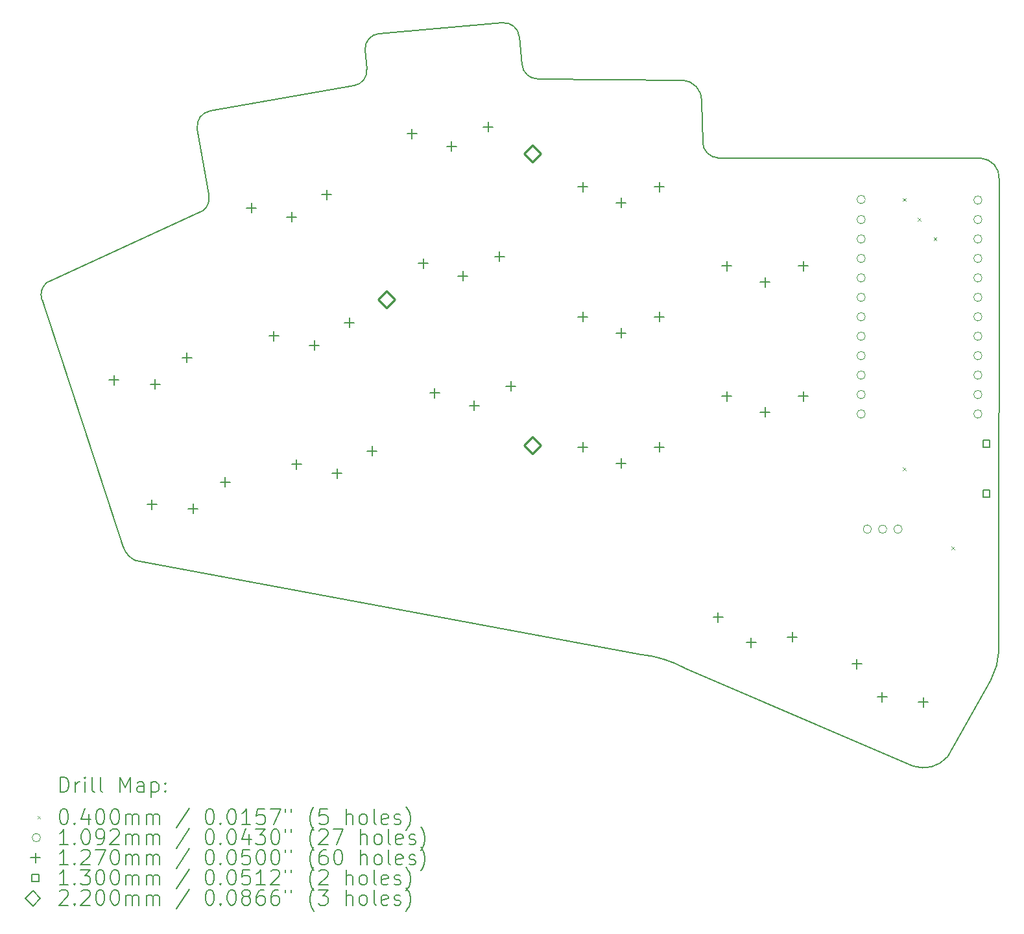
<source format=gbr>
%FSLAX45Y45*%
G04 Gerber Fmt 4.5, Leading zero omitted, Abs format (unit mm)*
G04 Created by KiCad (PCBNEW (6.0.4)) date 2022-05-15 06:43:50*
%MOMM*%
%LPD*%
G01*
G04 APERTURE LIST*
%TA.AperFunction,Profile*%
%ADD10C,0.150000*%
%TD*%
%ADD11C,0.200000*%
%ADD12C,0.040000*%
%ADD13C,0.109220*%
%ADD14C,0.127000*%
%ADD15C,0.130000*%
%ADD16C,0.220000*%
G04 APERTURE END LIST*
D10*
X10210042Y12248492D02*
G75*
G03*
X9993379Y12430301I-199232J-17423D01*
G01*
X15351920Y2721270D02*
X12370800Y4001870D01*
X16475374Y10390894D02*
G75*
G03*
X16237240Y10661353I-253554J16816D01*
G01*
X12604963Y10868750D02*
G75*
G03*
X12807851Y10666057I208327J5640D01*
G01*
X10210049Y12248493D02*
X10247851Y11881516D01*
X15800203Y2841879D02*
X16368021Y3847661D01*
X8054930Y11609965D02*
G75*
G03*
X8219440Y11824356I-34720J196955D01*
G01*
X16368021Y3847661D02*
G75*
G03*
X16471964Y4226311I-780621J417879D01*
G01*
X6170445Y11277678D02*
G75*
G03*
X6008214Y11045986I34725J-196958D01*
G01*
X15351922Y2721275D02*
G75*
G03*
X15800203Y2841879I135508J389745D01*
G01*
X4041959Y9036369D02*
G75*
G03*
X3977676Y8814575I127371J-157129D01*
G01*
X12594529Y11403010D02*
G75*
G03*
X12340531Y11682410I-271529J8310D01*
G01*
X5041218Y5584323D02*
G75*
G03*
X5209704Y5401304I284372J92727D01*
G01*
X3977676Y8814575D02*
X5041217Y5584323D01*
X10447090Y11698947D02*
X12340531Y11682410D01*
X12604956Y10868750D02*
X12594531Y11403010D01*
X8379544Y12289105D02*
G75*
G03*
X8197736Y12072439I17426J-199235D01*
G01*
X10247849Y11881516D02*
G75*
G03*
X10447090Y11698947I199251J17444D01*
G01*
X12370800Y4001869D02*
G75*
G03*
X11802911Y4178674I-740940J-1379439D01*
G01*
X6085239Y9976590D02*
G75*
G03*
X6159180Y10185872I-151729J171310D01*
G01*
X6008214Y11045986D02*
X6159180Y10185872D01*
X16471964Y4226311D02*
X16475367Y10390894D01*
X8379543Y12289109D02*
X9993379Y12430301D01*
X4041958Y9036370D02*
X6085240Y9976590D01*
X8219440Y11824356D02*
X8197736Y12072438D01*
X11802911Y4178674D02*
X5209704Y5401304D01*
X16237240Y10661353D02*
X12807851Y10666057D01*
X6170445Y11277677D02*
X8054931Y11609963D01*
D11*
D12*
X15220000Y10141314D02*
X15260000Y10101314D01*
X15260000Y10141314D02*
X15220000Y10101314D01*
X15220000Y6624000D02*
X15260000Y6584000D01*
X15260000Y6624000D02*
X15220000Y6584000D01*
X15410459Y9885043D02*
X15450459Y9845043D01*
X15450459Y9885043D02*
X15410459Y9845043D01*
X15618978Y9630635D02*
X15658978Y9590635D01*
X15658978Y9630635D02*
X15618978Y9590635D01*
X15852049Y5590721D02*
X15892049Y5550721D01*
X15892049Y5590721D02*
X15852049Y5550721D01*
D13*
X14728331Y10122629D02*
G75*
G03*
X14728331Y10122629I-54610J0D01*
G01*
X14728331Y9860254D02*
G75*
G03*
X14728331Y9860254I-54610J0D01*
G01*
X14728331Y9606254D02*
G75*
G03*
X14728331Y9606254I-54610J0D01*
G01*
X14728331Y9352254D02*
G75*
G03*
X14728331Y9352254I-54610J0D01*
G01*
X14728331Y9098254D02*
G75*
G03*
X14728331Y9098254I-54610J0D01*
G01*
X14728331Y8844254D02*
G75*
G03*
X14728331Y8844254I-54610J0D01*
G01*
X14728331Y8590254D02*
G75*
G03*
X14728331Y8590254I-54610J0D01*
G01*
X14728331Y8336254D02*
G75*
G03*
X14728331Y8336254I-54610J0D01*
G01*
X14728331Y8082254D02*
G75*
G03*
X14728331Y8082254I-54610J0D01*
G01*
X14728331Y7828254D02*
G75*
G03*
X14728331Y7828254I-54610J0D01*
G01*
X14728331Y7574254D02*
G75*
G03*
X14728331Y7574254I-54610J0D01*
G01*
X14728331Y7320254D02*
G75*
G03*
X14728331Y7320254I-54610J0D01*
G01*
X14809150Y5816368D02*
G75*
G03*
X14809150Y5816368I-54610J0D01*
G01*
X15009150Y5816368D02*
G75*
G03*
X15009150Y5816368I-54610J0D01*
G01*
X15209150Y5816368D02*
G75*
G03*
X15209150Y5816368I-54610J0D01*
G01*
X16252331Y10114254D02*
G75*
G03*
X16252331Y10114254I-54610J0D01*
G01*
X16252331Y9860254D02*
G75*
G03*
X16252331Y9860254I-54610J0D01*
G01*
X16252331Y9606254D02*
G75*
G03*
X16252331Y9606254I-54610J0D01*
G01*
X16252331Y9352254D02*
G75*
G03*
X16252331Y9352254I-54610J0D01*
G01*
X16252331Y9098254D02*
G75*
G03*
X16252331Y9098254I-54610J0D01*
G01*
X16252331Y8844254D02*
G75*
G03*
X16252331Y8844254I-54610J0D01*
G01*
X16252331Y8590254D02*
G75*
G03*
X16252331Y8590254I-54610J0D01*
G01*
X16252331Y8336254D02*
G75*
G03*
X16252331Y8336254I-54610J0D01*
G01*
X16252331Y8082254D02*
G75*
G03*
X16252331Y8082254I-54610J0D01*
G01*
X16252331Y7828254D02*
G75*
G03*
X16252331Y7828254I-54610J0D01*
G01*
X16252331Y7574254D02*
G75*
G03*
X16252331Y7574254I-54610J0D01*
G01*
X16252331Y7320254D02*
G75*
G03*
X16252331Y7320254I-54610J0D01*
G01*
D14*
X4917175Y7826915D02*
X4917175Y7699915D01*
X4853675Y7763415D02*
X4980675Y7763415D01*
X5414207Y6201196D02*
X5414207Y6074196D01*
X5350707Y6137696D02*
X5477707Y6137696D01*
X5456725Y7772276D02*
X5456725Y7645276D01*
X5393225Y7708776D02*
X5520225Y7708776D01*
X5456725Y7772276D02*
X5456725Y7645276D01*
X5393225Y7708776D02*
X5520225Y7708776D01*
X5873479Y8119286D02*
X5873479Y7992286D01*
X5809979Y8055786D02*
X5936979Y8055786D01*
X5953757Y6146558D02*
X5953757Y6019558D01*
X5890257Y6083058D02*
X6017257Y6083058D01*
X5953757Y6146558D02*
X5953757Y6019558D01*
X5890257Y6083058D02*
X6017257Y6083058D01*
X6370511Y6493568D02*
X6370511Y6366568D01*
X6307011Y6430068D02*
X6434011Y6430068D01*
X6712293Y10076956D02*
X6712293Y9949956D01*
X6648793Y10013456D02*
X6775793Y10013456D01*
X7007495Y8402783D02*
X7007495Y8275782D01*
X6943995Y8339282D02*
X7070995Y8339282D01*
X7241163Y9956970D02*
X7241163Y9829970D01*
X7177663Y9893470D02*
X7304663Y9893470D01*
X7241163Y9956970D02*
X7241163Y9829970D01*
X7177663Y9893470D02*
X7304663Y9893470D01*
X7302697Y6728609D02*
X7302697Y6601609D01*
X7239197Y6665109D02*
X7366197Y6665109D01*
X7536365Y8282797D02*
X7536365Y8155797D01*
X7472865Y8219297D02*
X7599865Y8219297D01*
X7536365Y8282797D02*
X7536365Y8155797D01*
X7472865Y8219297D02*
X7599865Y8219297D01*
X7697101Y10250604D02*
X7697101Y10123604D01*
X7633601Y10187104D02*
X7760601Y10187104D01*
X7831567Y6608624D02*
X7831567Y6481624D01*
X7768067Y6545124D02*
X7895067Y6545124D01*
X7831567Y6608624D02*
X7831567Y6481624D01*
X7768067Y6545124D02*
X7895067Y6545124D01*
X7992303Y8576431D02*
X7992303Y8449431D01*
X7928803Y8512931D02*
X8055803Y8512931D01*
X8287505Y6902257D02*
X8287505Y6775257D01*
X8224005Y6838757D02*
X8351005Y6838757D01*
X8809021Y11046316D02*
X8809021Y10919316D01*
X8745521Y10982816D02*
X8872521Y10982816D01*
X8957186Y9352785D02*
X8957186Y9225785D01*
X8893686Y9289285D02*
X9020686Y9289285D01*
X9105351Y7659254D02*
X9105351Y7532254D01*
X9041851Y7595754D02*
X9168851Y7595754D01*
X9325422Y10880693D02*
X9325422Y10753693D01*
X9261922Y10817193D02*
X9388922Y10817193D01*
X9325422Y10880693D02*
X9325422Y10753693D01*
X9261922Y10817193D02*
X9388922Y10817193D01*
X9473586Y9187162D02*
X9473586Y9060162D01*
X9410086Y9123662D02*
X9537086Y9123662D01*
X9473586Y9187162D02*
X9473586Y9060162D01*
X9410086Y9123662D02*
X9537086Y9123662D01*
X9621751Y7493631D02*
X9621751Y7366631D01*
X9558251Y7430131D02*
X9685251Y7430131D01*
X9621751Y7493631D02*
X9621751Y7366631D01*
X9558251Y7430131D02*
X9685251Y7430131D01*
X9805216Y11133472D02*
X9805216Y11006472D01*
X9741716Y11069972D02*
X9868716Y11069972D01*
X9953381Y9439941D02*
X9953381Y9312941D01*
X9889881Y9376441D02*
X10016881Y9376441D01*
X10101546Y7746410D02*
X10101546Y7619410D01*
X10038046Y7682910D02*
X10165046Y7682910D01*
X11041109Y10352102D02*
X11041109Y10225102D01*
X10977609Y10288602D02*
X11104609Y10288602D01*
X11041109Y8652102D02*
X11041109Y8525102D01*
X10977609Y8588602D02*
X11104609Y8588602D01*
X11041109Y6952102D02*
X11041109Y6825102D01*
X10977609Y6888602D02*
X11104609Y6888602D01*
X11541109Y10142102D02*
X11541109Y10015102D01*
X11477609Y10078602D02*
X11604609Y10078602D01*
X11541109Y10142102D02*
X11541109Y10015102D01*
X11477609Y10078602D02*
X11604609Y10078602D01*
X11541109Y8442102D02*
X11541109Y8315102D01*
X11477609Y8378602D02*
X11604609Y8378602D01*
X11541109Y8442102D02*
X11541109Y8315102D01*
X11477609Y8378602D02*
X11604609Y8378602D01*
X11541109Y6742102D02*
X11541109Y6615102D01*
X11477609Y6678602D02*
X11604609Y6678602D01*
X11541109Y6742102D02*
X11541109Y6615102D01*
X11477609Y6678602D02*
X11604609Y6678602D01*
X12041109Y10352102D02*
X12041109Y10225102D01*
X11977609Y10288602D02*
X12104609Y10288602D01*
X12041109Y8652102D02*
X12041109Y8525102D01*
X11977609Y8588602D02*
X12104609Y8588602D01*
X12041109Y6952102D02*
X12041109Y6825102D01*
X11977609Y6888602D02*
X12104609Y6888602D01*
X12807790Y4729732D02*
X12807790Y4602732D01*
X12744290Y4666232D02*
X12871290Y4666232D01*
X12919200Y9317750D02*
X12919200Y9190750D01*
X12855700Y9254250D02*
X12982700Y9254250D01*
X12919200Y7617750D02*
X12919200Y7490750D01*
X12855700Y7554250D02*
X12982700Y7554250D01*
X13236401Y4397478D02*
X13236401Y4270478D01*
X13172901Y4333978D02*
X13299901Y4333978D01*
X13236401Y4397478D02*
X13236401Y4270478D01*
X13172901Y4333978D02*
X13299901Y4333978D01*
X13419200Y9107750D02*
X13419200Y8980750D01*
X13355700Y9044250D02*
X13482700Y9044250D01*
X13419200Y9107750D02*
X13419200Y8980750D01*
X13355700Y9044250D02*
X13482700Y9044250D01*
X13419200Y7407750D02*
X13419200Y7280750D01*
X13355700Y7344250D02*
X13482700Y7344250D01*
X13419200Y7407750D02*
X13419200Y7280750D01*
X13355700Y7344250D02*
X13482700Y7344250D01*
X13773716Y4470913D02*
X13773716Y4343913D01*
X13710216Y4407413D02*
X13837216Y4407413D01*
X13919200Y9317750D02*
X13919200Y9190750D01*
X13855700Y9254250D02*
X13982700Y9254250D01*
X13919200Y7617750D02*
X13919200Y7490750D01*
X13855700Y7554250D02*
X13982700Y7554250D01*
X14619852Y4120432D02*
X14619852Y3993432D01*
X14556352Y4056932D02*
X14683352Y4056932D01*
X14947864Y3688566D02*
X14947864Y3561566D01*
X14884364Y3625066D02*
X15011364Y3625066D01*
X14947864Y3688566D02*
X14947864Y3561566D01*
X14884364Y3625066D02*
X15011364Y3625066D01*
X15485877Y3620432D02*
X15485877Y3493432D01*
X15422377Y3556932D02*
X15549377Y3556932D01*
D15*
X16354810Y6886041D02*
X16354810Y6977966D01*
X16262885Y6977966D01*
X16262885Y6886041D01*
X16354810Y6886041D01*
X16354810Y6236041D02*
X16354810Y6327966D01*
X16262885Y6327966D01*
X16262885Y6236041D01*
X16354810Y6236041D01*
D16*
X8474722Y8704143D02*
X8584722Y8814143D01*
X8474722Y8924143D01*
X8364722Y8814143D01*
X8474722Y8704143D01*
X10379722Y10609143D02*
X10489722Y10719143D01*
X10379722Y10829143D01*
X10269722Y10719143D01*
X10379722Y10609143D01*
X10379722Y6799143D02*
X10489722Y6909143D01*
X10379722Y7019143D01*
X10269722Y6909143D01*
X10379722Y6799143D01*
D11*
X4217179Y2380413D02*
X4217179Y2580413D01*
X4264798Y2580413D01*
X4293370Y2570889D01*
X4312418Y2551842D01*
X4321941Y2532794D01*
X4331465Y2494699D01*
X4331465Y2466127D01*
X4321941Y2428032D01*
X4312418Y2408985D01*
X4293370Y2389937D01*
X4264798Y2380413D01*
X4217179Y2380413D01*
X4417179Y2380413D02*
X4417179Y2513746D01*
X4417179Y2475651D02*
X4426703Y2494699D01*
X4436227Y2504223D01*
X4455275Y2513746D01*
X4474322Y2513746D01*
X4540989Y2380413D02*
X4540989Y2513746D01*
X4540989Y2580413D02*
X4531465Y2570889D01*
X4540989Y2561365D01*
X4550513Y2570889D01*
X4540989Y2580413D01*
X4540989Y2561365D01*
X4664798Y2380413D02*
X4645751Y2389937D01*
X4636227Y2408985D01*
X4636227Y2580413D01*
X4769560Y2380413D02*
X4750513Y2389937D01*
X4740989Y2408985D01*
X4740989Y2580413D01*
X4998132Y2380413D02*
X4998132Y2580413D01*
X5064798Y2437556D01*
X5131465Y2580413D01*
X5131465Y2380413D01*
X5312418Y2380413D02*
X5312418Y2485175D01*
X5302894Y2504223D01*
X5283846Y2513746D01*
X5245751Y2513746D01*
X5226703Y2504223D01*
X5312418Y2389937D02*
X5293370Y2380413D01*
X5245751Y2380413D01*
X5226703Y2389937D01*
X5217179Y2408985D01*
X5217179Y2428032D01*
X5226703Y2447080D01*
X5245751Y2456604D01*
X5293370Y2456604D01*
X5312418Y2466127D01*
X5407656Y2513746D02*
X5407656Y2313746D01*
X5407656Y2504223D02*
X5426703Y2513746D01*
X5464798Y2513746D01*
X5483846Y2504223D01*
X5493370Y2494699D01*
X5502894Y2475651D01*
X5502894Y2418508D01*
X5493370Y2399461D01*
X5483846Y2389937D01*
X5464798Y2380413D01*
X5426703Y2380413D01*
X5407656Y2389937D01*
X5588608Y2399461D02*
X5598132Y2389937D01*
X5588608Y2380413D01*
X5579084Y2389937D01*
X5588608Y2399461D01*
X5588608Y2380413D01*
X5588608Y2504223D02*
X5598132Y2494699D01*
X5588608Y2485175D01*
X5579084Y2494699D01*
X5588608Y2504223D01*
X5588608Y2485175D01*
D12*
X3919560Y2070889D02*
X3959560Y2030889D01*
X3959560Y2070889D02*
X3919560Y2030889D01*
D11*
X4255275Y2160413D02*
X4274322Y2160413D01*
X4293370Y2150889D01*
X4302894Y2141365D01*
X4312418Y2122318D01*
X4321941Y2084223D01*
X4321941Y2036603D01*
X4312418Y1998508D01*
X4302894Y1979461D01*
X4293370Y1969937D01*
X4274322Y1960413D01*
X4255275Y1960413D01*
X4236227Y1969937D01*
X4226703Y1979461D01*
X4217179Y1998508D01*
X4207656Y2036603D01*
X4207656Y2084223D01*
X4217179Y2122318D01*
X4226703Y2141365D01*
X4236227Y2150889D01*
X4255275Y2160413D01*
X4407656Y1979461D02*
X4417179Y1969937D01*
X4407656Y1960413D01*
X4398132Y1969937D01*
X4407656Y1979461D01*
X4407656Y1960413D01*
X4588608Y2093746D02*
X4588608Y1960413D01*
X4540989Y2169937D02*
X4493370Y2027080D01*
X4617179Y2027080D01*
X4731465Y2160413D02*
X4750513Y2160413D01*
X4769560Y2150889D01*
X4779084Y2141365D01*
X4788608Y2122318D01*
X4798132Y2084223D01*
X4798132Y2036603D01*
X4788608Y1998508D01*
X4779084Y1979461D01*
X4769560Y1969937D01*
X4750513Y1960413D01*
X4731465Y1960413D01*
X4712418Y1969937D01*
X4702894Y1979461D01*
X4693370Y1998508D01*
X4683846Y2036603D01*
X4683846Y2084223D01*
X4693370Y2122318D01*
X4702894Y2141365D01*
X4712418Y2150889D01*
X4731465Y2160413D01*
X4921941Y2160413D02*
X4940989Y2160413D01*
X4960037Y2150889D01*
X4969560Y2141365D01*
X4979084Y2122318D01*
X4988608Y2084223D01*
X4988608Y2036603D01*
X4979084Y1998508D01*
X4969560Y1979461D01*
X4960037Y1969937D01*
X4940989Y1960413D01*
X4921941Y1960413D01*
X4902894Y1969937D01*
X4893370Y1979461D01*
X4883846Y1998508D01*
X4874322Y2036603D01*
X4874322Y2084223D01*
X4883846Y2122318D01*
X4893370Y2141365D01*
X4902894Y2150889D01*
X4921941Y2160413D01*
X5074322Y1960413D02*
X5074322Y2093746D01*
X5074322Y2074699D02*
X5083846Y2084223D01*
X5102894Y2093746D01*
X5131465Y2093746D01*
X5150513Y2084223D01*
X5160037Y2065175D01*
X5160037Y1960413D01*
X5160037Y2065175D02*
X5169560Y2084223D01*
X5188608Y2093746D01*
X5217179Y2093746D01*
X5236227Y2084223D01*
X5245751Y2065175D01*
X5245751Y1960413D01*
X5340989Y1960413D02*
X5340989Y2093746D01*
X5340989Y2074699D02*
X5350513Y2084223D01*
X5369560Y2093746D01*
X5398132Y2093746D01*
X5417179Y2084223D01*
X5426703Y2065175D01*
X5426703Y1960413D01*
X5426703Y2065175D02*
X5436227Y2084223D01*
X5455275Y2093746D01*
X5483846Y2093746D01*
X5502894Y2084223D01*
X5512418Y2065175D01*
X5512418Y1960413D01*
X5902894Y2169937D02*
X5731465Y1912794D01*
X6160036Y2160413D02*
X6179084Y2160413D01*
X6198132Y2150889D01*
X6207656Y2141365D01*
X6217179Y2122318D01*
X6226703Y2084223D01*
X6226703Y2036603D01*
X6217179Y1998508D01*
X6207656Y1979461D01*
X6198132Y1969937D01*
X6179084Y1960413D01*
X6160036Y1960413D01*
X6140989Y1969937D01*
X6131465Y1979461D01*
X6121941Y1998508D01*
X6112417Y2036603D01*
X6112417Y2084223D01*
X6121941Y2122318D01*
X6131465Y2141365D01*
X6140989Y2150889D01*
X6160036Y2160413D01*
X6312417Y1979461D02*
X6321941Y1969937D01*
X6312417Y1960413D01*
X6302894Y1969937D01*
X6312417Y1979461D01*
X6312417Y1960413D01*
X6445751Y2160413D02*
X6464798Y2160413D01*
X6483846Y2150889D01*
X6493370Y2141365D01*
X6502894Y2122318D01*
X6512417Y2084223D01*
X6512417Y2036603D01*
X6502894Y1998508D01*
X6493370Y1979461D01*
X6483846Y1969937D01*
X6464798Y1960413D01*
X6445751Y1960413D01*
X6426703Y1969937D01*
X6417179Y1979461D01*
X6407656Y1998508D01*
X6398132Y2036603D01*
X6398132Y2084223D01*
X6407656Y2122318D01*
X6417179Y2141365D01*
X6426703Y2150889D01*
X6445751Y2160413D01*
X6702894Y1960413D02*
X6588608Y1960413D01*
X6645751Y1960413D02*
X6645751Y2160413D01*
X6626703Y2131842D01*
X6607656Y2112794D01*
X6588608Y2103270D01*
X6883846Y2160413D02*
X6788608Y2160413D01*
X6779084Y2065175D01*
X6788608Y2074699D01*
X6807656Y2084223D01*
X6855275Y2084223D01*
X6874322Y2074699D01*
X6883846Y2065175D01*
X6893370Y2046127D01*
X6893370Y1998508D01*
X6883846Y1979461D01*
X6874322Y1969937D01*
X6855275Y1960413D01*
X6807656Y1960413D01*
X6788608Y1969937D01*
X6779084Y1979461D01*
X6960036Y2160413D02*
X7093370Y2160413D01*
X7007656Y1960413D01*
X7160036Y2160413D02*
X7160036Y2122318D01*
X7236227Y2160413D02*
X7236227Y2122318D01*
X7531465Y1884223D02*
X7521941Y1893746D01*
X7502894Y1922318D01*
X7493370Y1941365D01*
X7483846Y1969937D01*
X7474322Y2017556D01*
X7474322Y2055651D01*
X7483846Y2103270D01*
X7493370Y2131842D01*
X7502894Y2150889D01*
X7521941Y2179461D01*
X7531465Y2188985D01*
X7702894Y2160413D02*
X7607656Y2160413D01*
X7598132Y2065175D01*
X7607656Y2074699D01*
X7626703Y2084223D01*
X7674322Y2084223D01*
X7693370Y2074699D01*
X7702894Y2065175D01*
X7712417Y2046127D01*
X7712417Y1998508D01*
X7702894Y1979461D01*
X7693370Y1969937D01*
X7674322Y1960413D01*
X7626703Y1960413D01*
X7607656Y1969937D01*
X7598132Y1979461D01*
X7950513Y1960413D02*
X7950513Y2160413D01*
X8036227Y1960413D02*
X8036227Y2065175D01*
X8026703Y2084223D01*
X8007656Y2093746D01*
X7979084Y2093746D01*
X7960036Y2084223D01*
X7950513Y2074699D01*
X8160036Y1960413D02*
X8140989Y1969937D01*
X8131465Y1979461D01*
X8121941Y1998508D01*
X8121941Y2055651D01*
X8131465Y2074699D01*
X8140989Y2084223D01*
X8160036Y2093746D01*
X8188608Y2093746D01*
X8207656Y2084223D01*
X8217179Y2074699D01*
X8226703Y2055651D01*
X8226703Y1998508D01*
X8217179Y1979461D01*
X8207656Y1969937D01*
X8188608Y1960413D01*
X8160036Y1960413D01*
X8340989Y1960413D02*
X8321941Y1969937D01*
X8312417Y1988984D01*
X8312417Y2160413D01*
X8493370Y1969937D02*
X8474322Y1960413D01*
X8436227Y1960413D01*
X8417179Y1969937D01*
X8407656Y1988984D01*
X8407656Y2065175D01*
X8417179Y2084223D01*
X8436227Y2093746D01*
X8474322Y2093746D01*
X8493370Y2084223D01*
X8502894Y2065175D01*
X8502894Y2046127D01*
X8407656Y2027080D01*
X8579084Y1969937D02*
X8598132Y1960413D01*
X8636227Y1960413D01*
X8655275Y1969937D01*
X8664798Y1988984D01*
X8664798Y1998508D01*
X8655275Y2017556D01*
X8636227Y2027080D01*
X8607656Y2027080D01*
X8588608Y2036603D01*
X8579084Y2055651D01*
X8579084Y2065175D01*
X8588608Y2084223D01*
X8607656Y2093746D01*
X8636227Y2093746D01*
X8655275Y2084223D01*
X8731465Y1884223D02*
X8740989Y1893746D01*
X8760037Y1922318D01*
X8769560Y1941365D01*
X8779084Y1969937D01*
X8788608Y2017556D01*
X8788608Y2055651D01*
X8779084Y2103270D01*
X8769560Y2131842D01*
X8760037Y2150889D01*
X8740989Y2179461D01*
X8731465Y2188985D01*
D13*
X3959560Y1786889D02*
G75*
G03*
X3959560Y1786889I-54610J0D01*
G01*
D11*
X4321941Y1696413D02*
X4207656Y1696413D01*
X4264798Y1696413D02*
X4264798Y1896413D01*
X4245751Y1867842D01*
X4226703Y1848794D01*
X4207656Y1839270D01*
X4407656Y1715461D02*
X4417179Y1705937D01*
X4407656Y1696413D01*
X4398132Y1705937D01*
X4407656Y1715461D01*
X4407656Y1696413D01*
X4540989Y1896413D02*
X4560037Y1896413D01*
X4579084Y1886889D01*
X4588608Y1877365D01*
X4598132Y1858318D01*
X4607656Y1820223D01*
X4607656Y1772603D01*
X4598132Y1734508D01*
X4588608Y1715461D01*
X4579084Y1705937D01*
X4560037Y1696413D01*
X4540989Y1696413D01*
X4521941Y1705937D01*
X4512418Y1715461D01*
X4502894Y1734508D01*
X4493370Y1772603D01*
X4493370Y1820223D01*
X4502894Y1858318D01*
X4512418Y1877365D01*
X4521941Y1886889D01*
X4540989Y1896413D01*
X4702894Y1696413D02*
X4740989Y1696413D01*
X4760037Y1705937D01*
X4769560Y1715461D01*
X4788608Y1744032D01*
X4798132Y1782127D01*
X4798132Y1858318D01*
X4788608Y1877365D01*
X4779084Y1886889D01*
X4760037Y1896413D01*
X4721941Y1896413D01*
X4702894Y1886889D01*
X4693370Y1877365D01*
X4683846Y1858318D01*
X4683846Y1810699D01*
X4693370Y1791651D01*
X4702894Y1782127D01*
X4721941Y1772603D01*
X4760037Y1772603D01*
X4779084Y1782127D01*
X4788608Y1791651D01*
X4798132Y1810699D01*
X4874322Y1877365D02*
X4883846Y1886889D01*
X4902894Y1896413D01*
X4950513Y1896413D01*
X4969560Y1886889D01*
X4979084Y1877365D01*
X4988608Y1858318D01*
X4988608Y1839270D01*
X4979084Y1810699D01*
X4864798Y1696413D01*
X4988608Y1696413D01*
X5074322Y1696413D02*
X5074322Y1829746D01*
X5074322Y1810699D02*
X5083846Y1820223D01*
X5102894Y1829746D01*
X5131465Y1829746D01*
X5150513Y1820223D01*
X5160037Y1801175D01*
X5160037Y1696413D01*
X5160037Y1801175D02*
X5169560Y1820223D01*
X5188608Y1829746D01*
X5217179Y1829746D01*
X5236227Y1820223D01*
X5245751Y1801175D01*
X5245751Y1696413D01*
X5340989Y1696413D02*
X5340989Y1829746D01*
X5340989Y1810699D02*
X5350513Y1820223D01*
X5369560Y1829746D01*
X5398132Y1829746D01*
X5417179Y1820223D01*
X5426703Y1801175D01*
X5426703Y1696413D01*
X5426703Y1801175D02*
X5436227Y1820223D01*
X5455275Y1829746D01*
X5483846Y1829746D01*
X5502894Y1820223D01*
X5512418Y1801175D01*
X5512418Y1696413D01*
X5902894Y1905937D02*
X5731465Y1648794D01*
X6160036Y1896413D02*
X6179084Y1896413D01*
X6198132Y1886889D01*
X6207656Y1877365D01*
X6217179Y1858318D01*
X6226703Y1820223D01*
X6226703Y1772603D01*
X6217179Y1734508D01*
X6207656Y1715461D01*
X6198132Y1705937D01*
X6179084Y1696413D01*
X6160036Y1696413D01*
X6140989Y1705937D01*
X6131465Y1715461D01*
X6121941Y1734508D01*
X6112417Y1772603D01*
X6112417Y1820223D01*
X6121941Y1858318D01*
X6131465Y1877365D01*
X6140989Y1886889D01*
X6160036Y1896413D01*
X6312417Y1715461D02*
X6321941Y1705937D01*
X6312417Y1696413D01*
X6302894Y1705937D01*
X6312417Y1715461D01*
X6312417Y1696413D01*
X6445751Y1896413D02*
X6464798Y1896413D01*
X6483846Y1886889D01*
X6493370Y1877365D01*
X6502894Y1858318D01*
X6512417Y1820223D01*
X6512417Y1772603D01*
X6502894Y1734508D01*
X6493370Y1715461D01*
X6483846Y1705937D01*
X6464798Y1696413D01*
X6445751Y1696413D01*
X6426703Y1705937D01*
X6417179Y1715461D01*
X6407656Y1734508D01*
X6398132Y1772603D01*
X6398132Y1820223D01*
X6407656Y1858318D01*
X6417179Y1877365D01*
X6426703Y1886889D01*
X6445751Y1896413D01*
X6683846Y1829746D02*
X6683846Y1696413D01*
X6636227Y1905937D02*
X6588608Y1763080D01*
X6712417Y1763080D01*
X6769560Y1896413D02*
X6893370Y1896413D01*
X6826703Y1820223D01*
X6855275Y1820223D01*
X6874322Y1810699D01*
X6883846Y1801175D01*
X6893370Y1782127D01*
X6893370Y1734508D01*
X6883846Y1715461D01*
X6874322Y1705937D01*
X6855275Y1696413D01*
X6798132Y1696413D01*
X6779084Y1705937D01*
X6769560Y1715461D01*
X7017179Y1896413D02*
X7036227Y1896413D01*
X7055275Y1886889D01*
X7064798Y1877365D01*
X7074322Y1858318D01*
X7083846Y1820223D01*
X7083846Y1772603D01*
X7074322Y1734508D01*
X7064798Y1715461D01*
X7055275Y1705937D01*
X7036227Y1696413D01*
X7017179Y1696413D01*
X6998132Y1705937D01*
X6988608Y1715461D01*
X6979084Y1734508D01*
X6969560Y1772603D01*
X6969560Y1820223D01*
X6979084Y1858318D01*
X6988608Y1877365D01*
X6998132Y1886889D01*
X7017179Y1896413D01*
X7160036Y1896413D02*
X7160036Y1858318D01*
X7236227Y1896413D02*
X7236227Y1858318D01*
X7531465Y1620223D02*
X7521941Y1629746D01*
X7502894Y1658318D01*
X7493370Y1677365D01*
X7483846Y1705937D01*
X7474322Y1753556D01*
X7474322Y1791651D01*
X7483846Y1839270D01*
X7493370Y1867842D01*
X7502894Y1886889D01*
X7521941Y1915461D01*
X7531465Y1924984D01*
X7598132Y1877365D02*
X7607656Y1886889D01*
X7626703Y1896413D01*
X7674322Y1896413D01*
X7693370Y1886889D01*
X7702894Y1877365D01*
X7712417Y1858318D01*
X7712417Y1839270D01*
X7702894Y1810699D01*
X7588608Y1696413D01*
X7712417Y1696413D01*
X7779084Y1896413D02*
X7912417Y1896413D01*
X7826703Y1696413D01*
X8140989Y1696413D02*
X8140989Y1896413D01*
X8226703Y1696413D02*
X8226703Y1801175D01*
X8217179Y1820223D01*
X8198132Y1829746D01*
X8169560Y1829746D01*
X8150513Y1820223D01*
X8140989Y1810699D01*
X8350513Y1696413D02*
X8331465Y1705937D01*
X8321941Y1715461D01*
X8312417Y1734508D01*
X8312417Y1791651D01*
X8321941Y1810699D01*
X8331465Y1820223D01*
X8350513Y1829746D01*
X8379084Y1829746D01*
X8398132Y1820223D01*
X8407656Y1810699D01*
X8417179Y1791651D01*
X8417179Y1734508D01*
X8407656Y1715461D01*
X8398132Y1705937D01*
X8379084Y1696413D01*
X8350513Y1696413D01*
X8531465Y1696413D02*
X8512418Y1705937D01*
X8502894Y1724984D01*
X8502894Y1896413D01*
X8683846Y1705937D02*
X8664798Y1696413D01*
X8626703Y1696413D01*
X8607656Y1705937D01*
X8598132Y1724984D01*
X8598132Y1801175D01*
X8607656Y1820223D01*
X8626703Y1829746D01*
X8664798Y1829746D01*
X8683846Y1820223D01*
X8693370Y1801175D01*
X8693370Y1782127D01*
X8598132Y1763080D01*
X8769560Y1705937D02*
X8788608Y1696413D01*
X8826703Y1696413D01*
X8845751Y1705937D01*
X8855275Y1724984D01*
X8855275Y1734508D01*
X8845751Y1753556D01*
X8826703Y1763080D01*
X8798132Y1763080D01*
X8779084Y1772603D01*
X8769560Y1791651D01*
X8769560Y1801175D01*
X8779084Y1820223D01*
X8798132Y1829746D01*
X8826703Y1829746D01*
X8845751Y1820223D01*
X8921941Y1620223D02*
X8931465Y1629746D01*
X8950513Y1658318D01*
X8960037Y1677365D01*
X8969560Y1705937D01*
X8979084Y1753556D01*
X8979084Y1791651D01*
X8969560Y1839270D01*
X8960037Y1867842D01*
X8950513Y1886889D01*
X8931465Y1915461D01*
X8921941Y1924984D01*
D14*
X3896060Y1586389D02*
X3896060Y1459389D01*
X3832560Y1522889D02*
X3959560Y1522889D01*
D11*
X4321941Y1432413D02*
X4207656Y1432413D01*
X4264798Y1432413D02*
X4264798Y1632413D01*
X4245751Y1603842D01*
X4226703Y1584794D01*
X4207656Y1575270D01*
X4407656Y1451461D02*
X4417179Y1441937D01*
X4407656Y1432413D01*
X4398132Y1441937D01*
X4407656Y1451461D01*
X4407656Y1432413D01*
X4493370Y1613365D02*
X4502894Y1622889D01*
X4521941Y1632413D01*
X4569560Y1632413D01*
X4588608Y1622889D01*
X4598132Y1613365D01*
X4607656Y1594318D01*
X4607656Y1575270D01*
X4598132Y1546699D01*
X4483846Y1432413D01*
X4607656Y1432413D01*
X4674322Y1632413D02*
X4807656Y1632413D01*
X4721941Y1432413D01*
X4921941Y1632413D02*
X4940989Y1632413D01*
X4960037Y1622889D01*
X4969560Y1613365D01*
X4979084Y1594318D01*
X4988608Y1556223D01*
X4988608Y1508603D01*
X4979084Y1470508D01*
X4969560Y1451461D01*
X4960037Y1441937D01*
X4940989Y1432413D01*
X4921941Y1432413D01*
X4902894Y1441937D01*
X4893370Y1451461D01*
X4883846Y1470508D01*
X4874322Y1508603D01*
X4874322Y1556223D01*
X4883846Y1594318D01*
X4893370Y1613365D01*
X4902894Y1622889D01*
X4921941Y1632413D01*
X5074322Y1432413D02*
X5074322Y1565746D01*
X5074322Y1546699D02*
X5083846Y1556223D01*
X5102894Y1565746D01*
X5131465Y1565746D01*
X5150513Y1556223D01*
X5160037Y1537175D01*
X5160037Y1432413D01*
X5160037Y1537175D02*
X5169560Y1556223D01*
X5188608Y1565746D01*
X5217179Y1565746D01*
X5236227Y1556223D01*
X5245751Y1537175D01*
X5245751Y1432413D01*
X5340989Y1432413D02*
X5340989Y1565746D01*
X5340989Y1546699D02*
X5350513Y1556223D01*
X5369560Y1565746D01*
X5398132Y1565746D01*
X5417179Y1556223D01*
X5426703Y1537175D01*
X5426703Y1432413D01*
X5426703Y1537175D02*
X5436227Y1556223D01*
X5455275Y1565746D01*
X5483846Y1565746D01*
X5502894Y1556223D01*
X5512418Y1537175D01*
X5512418Y1432413D01*
X5902894Y1641937D02*
X5731465Y1384794D01*
X6160036Y1632413D02*
X6179084Y1632413D01*
X6198132Y1622889D01*
X6207656Y1613365D01*
X6217179Y1594318D01*
X6226703Y1556223D01*
X6226703Y1508603D01*
X6217179Y1470508D01*
X6207656Y1451461D01*
X6198132Y1441937D01*
X6179084Y1432413D01*
X6160036Y1432413D01*
X6140989Y1441937D01*
X6131465Y1451461D01*
X6121941Y1470508D01*
X6112417Y1508603D01*
X6112417Y1556223D01*
X6121941Y1594318D01*
X6131465Y1613365D01*
X6140989Y1622889D01*
X6160036Y1632413D01*
X6312417Y1451461D02*
X6321941Y1441937D01*
X6312417Y1432413D01*
X6302894Y1441937D01*
X6312417Y1451461D01*
X6312417Y1432413D01*
X6445751Y1632413D02*
X6464798Y1632413D01*
X6483846Y1622889D01*
X6493370Y1613365D01*
X6502894Y1594318D01*
X6512417Y1556223D01*
X6512417Y1508603D01*
X6502894Y1470508D01*
X6493370Y1451461D01*
X6483846Y1441937D01*
X6464798Y1432413D01*
X6445751Y1432413D01*
X6426703Y1441937D01*
X6417179Y1451461D01*
X6407656Y1470508D01*
X6398132Y1508603D01*
X6398132Y1556223D01*
X6407656Y1594318D01*
X6417179Y1613365D01*
X6426703Y1622889D01*
X6445751Y1632413D01*
X6693370Y1632413D02*
X6598132Y1632413D01*
X6588608Y1537175D01*
X6598132Y1546699D01*
X6617179Y1556223D01*
X6664798Y1556223D01*
X6683846Y1546699D01*
X6693370Y1537175D01*
X6702894Y1518127D01*
X6702894Y1470508D01*
X6693370Y1451461D01*
X6683846Y1441937D01*
X6664798Y1432413D01*
X6617179Y1432413D01*
X6598132Y1441937D01*
X6588608Y1451461D01*
X6826703Y1632413D02*
X6845751Y1632413D01*
X6864798Y1622889D01*
X6874322Y1613365D01*
X6883846Y1594318D01*
X6893370Y1556223D01*
X6893370Y1508603D01*
X6883846Y1470508D01*
X6874322Y1451461D01*
X6864798Y1441937D01*
X6845751Y1432413D01*
X6826703Y1432413D01*
X6807656Y1441937D01*
X6798132Y1451461D01*
X6788608Y1470508D01*
X6779084Y1508603D01*
X6779084Y1556223D01*
X6788608Y1594318D01*
X6798132Y1613365D01*
X6807656Y1622889D01*
X6826703Y1632413D01*
X7017179Y1632413D02*
X7036227Y1632413D01*
X7055275Y1622889D01*
X7064798Y1613365D01*
X7074322Y1594318D01*
X7083846Y1556223D01*
X7083846Y1508603D01*
X7074322Y1470508D01*
X7064798Y1451461D01*
X7055275Y1441937D01*
X7036227Y1432413D01*
X7017179Y1432413D01*
X6998132Y1441937D01*
X6988608Y1451461D01*
X6979084Y1470508D01*
X6969560Y1508603D01*
X6969560Y1556223D01*
X6979084Y1594318D01*
X6988608Y1613365D01*
X6998132Y1622889D01*
X7017179Y1632413D01*
X7160036Y1632413D02*
X7160036Y1594318D01*
X7236227Y1632413D02*
X7236227Y1594318D01*
X7531465Y1356223D02*
X7521941Y1365746D01*
X7502894Y1394318D01*
X7493370Y1413365D01*
X7483846Y1441937D01*
X7474322Y1489556D01*
X7474322Y1527651D01*
X7483846Y1575270D01*
X7493370Y1603842D01*
X7502894Y1622889D01*
X7521941Y1651461D01*
X7531465Y1660984D01*
X7693370Y1632413D02*
X7655275Y1632413D01*
X7636227Y1622889D01*
X7626703Y1613365D01*
X7607656Y1584794D01*
X7598132Y1546699D01*
X7598132Y1470508D01*
X7607656Y1451461D01*
X7617179Y1441937D01*
X7636227Y1432413D01*
X7674322Y1432413D01*
X7693370Y1441937D01*
X7702894Y1451461D01*
X7712417Y1470508D01*
X7712417Y1518127D01*
X7702894Y1537175D01*
X7693370Y1546699D01*
X7674322Y1556223D01*
X7636227Y1556223D01*
X7617179Y1546699D01*
X7607656Y1537175D01*
X7598132Y1518127D01*
X7836227Y1632413D02*
X7855275Y1632413D01*
X7874322Y1622889D01*
X7883846Y1613365D01*
X7893370Y1594318D01*
X7902894Y1556223D01*
X7902894Y1508603D01*
X7893370Y1470508D01*
X7883846Y1451461D01*
X7874322Y1441937D01*
X7855275Y1432413D01*
X7836227Y1432413D01*
X7817179Y1441937D01*
X7807656Y1451461D01*
X7798132Y1470508D01*
X7788608Y1508603D01*
X7788608Y1556223D01*
X7798132Y1594318D01*
X7807656Y1613365D01*
X7817179Y1622889D01*
X7836227Y1632413D01*
X8140989Y1432413D02*
X8140989Y1632413D01*
X8226703Y1432413D02*
X8226703Y1537175D01*
X8217179Y1556223D01*
X8198132Y1565746D01*
X8169560Y1565746D01*
X8150513Y1556223D01*
X8140989Y1546699D01*
X8350513Y1432413D02*
X8331465Y1441937D01*
X8321941Y1451461D01*
X8312417Y1470508D01*
X8312417Y1527651D01*
X8321941Y1546699D01*
X8331465Y1556223D01*
X8350513Y1565746D01*
X8379084Y1565746D01*
X8398132Y1556223D01*
X8407656Y1546699D01*
X8417179Y1527651D01*
X8417179Y1470508D01*
X8407656Y1451461D01*
X8398132Y1441937D01*
X8379084Y1432413D01*
X8350513Y1432413D01*
X8531465Y1432413D02*
X8512418Y1441937D01*
X8502894Y1460984D01*
X8502894Y1632413D01*
X8683846Y1441937D02*
X8664798Y1432413D01*
X8626703Y1432413D01*
X8607656Y1441937D01*
X8598132Y1460984D01*
X8598132Y1537175D01*
X8607656Y1556223D01*
X8626703Y1565746D01*
X8664798Y1565746D01*
X8683846Y1556223D01*
X8693370Y1537175D01*
X8693370Y1518127D01*
X8598132Y1499080D01*
X8769560Y1441937D02*
X8788608Y1432413D01*
X8826703Y1432413D01*
X8845751Y1441937D01*
X8855275Y1460984D01*
X8855275Y1470508D01*
X8845751Y1489556D01*
X8826703Y1499080D01*
X8798132Y1499080D01*
X8779084Y1508603D01*
X8769560Y1527651D01*
X8769560Y1537175D01*
X8779084Y1556223D01*
X8798132Y1565746D01*
X8826703Y1565746D01*
X8845751Y1556223D01*
X8921941Y1356223D02*
X8931465Y1365746D01*
X8950513Y1394318D01*
X8960037Y1413365D01*
X8969560Y1441937D01*
X8979084Y1489556D01*
X8979084Y1527651D01*
X8969560Y1575270D01*
X8960037Y1603842D01*
X8950513Y1622889D01*
X8931465Y1651461D01*
X8921941Y1660984D01*
D15*
X3940523Y1212927D02*
X3940523Y1304852D01*
X3848598Y1304852D01*
X3848598Y1212927D01*
X3940523Y1212927D01*
D11*
X4321941Y1168413D02*
X4207656Y1168413D01*
X4264798Y1168413D02*
X4264798Y1368413D01*
X4245751Y1339842D01*
X4226703Y1320794D01*
X4207656Y1311270D01*
X4407656Y1187461D02*
X4417179Y1177937D01*
X4407656Y1168413D01*
X4398132Y1177937D01*
X4407656Y1187461D01*
X4407656Y1168413D01*
X4483846Y1368413D02*
X4607656Y1368413D01*
X4540989Y1292223D01*
X4569560Y1292223D01*
X4588608Y1282699D01*
X4598132Y1273175D01*
X4607656Y1254127D01*
X4607656Y1206508D01*
X4598132Y1187461D01*
X4588608Y1177937D01*
X4569560Y1168413D01*
X4512418Y1168413D01*
X4493370Y1177937D01*
X4483846Y1187461D01*
X4731465Y1368413D02*
X4750513Y1368413D01*
X4769560Y1358889D01*
X4779084Y1349365D01*
X4788608Y1330318D01*
X4798132Y1292223D01*
X4798132Y1244604D01*
X4788608Y1206508D01*
X4779084Y1187461D01*
X4769560Y1177937D01*
X4750513Y1168413D01*
X4731465Y1168413D01*
X4712418Y1177937D01*
X4702894Y1187461D01*
X4693370Y1206508D01*
X4683846Y1244604D01*
X4683846Y1292223D01*
X4693370Y1330318D01*
X4702894Y1349365D01*
X4712418Y1358889D01*
X4731465Y1368413D01*
X4921941Y1368413D02*
X4940989Y1368413D01*
X4960037Y1358889D01*
X4969560Y1349365D01*
X4979084Y1330318D01*
X4988608Y1292223D01*
X4988608Y1244604D01*
X4979084Y1206508D01*
X4969560Y1187461D01*
X4960037Y1177937D01*
X4940989Y1168413D01*
X4921941Y1168413D01*
X4902894Y1177937D01*
X4893370Y1187461D01*
X4883846Y1206508D01*
X4874322Y1244604D01*
X4874322Y1292223D01*
X4883846Y1330318D01*
X4893370Y1349365D01*
X4902894Y1358889D01*
X4921941Y1368413D01*
X5074322Y1168413D02*
X5074322Y1301746D01*
X5074322Y1282699D02*
X5083846Y1292223D01*
X5102894Y1301746D01*
X5131465Y1301746D01*
X5150513Y1292223D01*
X5160037Y1273175D01*
X5160037Y1168413D01*
X5160037Y1273175D02*
X5169560Y1292223D01*
X5188608Y1301746D01*
X5217179Y1301746D01*
X5236227Y1292223D01*
X5245751Y1273175D01*
X5245751Y1168413D01*
X5340989Y1168413D02*
X5340989Y1301746D01*
X5340989Y1282699D02*
X5350513Y1292223D01*
X5369560Y1301746D01*
X5398132Y1301746D01*
X5417179Y1292223D01*
X5426703Y1273175D01*
X5426703Y1168413D01*
X5426703Y1273175D02*
X5436227Y1292223D01*
X5455275Y1301746D01*
X5483846Y1301746D01*
X5502894Y1292223D01*
X5512418Y1273175D01*
X5512418Y1168413D01*
X5902894Y1377937D02*
X5731465Y1120794D01*
X6160036Y1368413D02*
X6179084Y1368413D01*
X6198132Y1358889D01*
X6207656Y1349365D01*
X6217179Y1330318D01*
X6226703Y1292223D01*
X6226703Y1244604D01*
X6217179Y1206508D01*
X6207656Y1187461D01*
X6198132Y1177937D01*
X6179084Y1168413D01*
X6160036Y1168413D01*
X6140989Y1177937D01*
X6131465Y1187461D01*
X6121941Y1206508D01*
X6112417Y1244604D01*
X6112417Y1292223D01*
X6121941Y1330318D01*
X6131465Y1349365D01*
X6140989Y1358889D01*
X6160036Y1368413D01*
X6312417Y1187461D02*
X6321941Y1177937D01*
X6312417Y1168413D01*
X6302894Y1177937D01*
X6312417Y1187461D01*
X6312417Y1168413D01*
X6445751Y1368413D02*
X6464798Y1368413D01*
X6483846Y1358889D01*
X6493370Y1349365D01*
X6502894Y1330318D01*
X6512417Y1292223D01*
X6512417Y1244604D01*
X6502894Y1206508D01*
X6493370Y1187461D01*
X6483846Y1177937D01*
X6464798Y1168413D01*
X6445751Y1168413D01*
X6426703Y1177937D01*
X6417179Y1187461D01*
X6407656Y1206508D01*
X6398132Y1244604D01*
X6398132Y1292223D01*
X6407656Y1330318D01*
X6417179Y1349365D01*
X6426703Y1358889D01*
X6445751Y1368413D01*
X6693370Y1368413D02*
X6598132Y1368413D01*
X6588608Y1273175D01*
X6598132Y1282699D01*
X6617179Y1292223D01*
X6664798Y1292223D01*
X6683846Y1282699D01*
X6693370Y1273175D01*
X6702894Y1254127D01*
X6702894Y1206508D01*
X6693370Y1187461D01*
X6683846Y1177937D01*
X6664798Y1168413D01*
X6617179Y1168413D01*
X6598132Y1177937D01*
X6588608Y1187461D01*
X6893370Y1168413D02*
X6779084Y1168413D01*
X6836227Y1168413D02*
X6836227Y1368413D01*
X6817179Y1339842D01*
X6798132Y1320794D01*
X6779084Y1311270D01*
X6969560Y1349365D02*
X6979084Y1358889D01*
X6998132Y1368413D01*
X7045751Y1368413D01*
X7064798Y1358889D01*
X7074322Y1349365D01*
X7083846Y1330318D01*
X7083846Y1311270D01*
X7074322Y1282699D01*
X6960036Y1168413D01*
X7083846Y1168413D01*
X7160036Y1368413D02*
X7160036Y1330318D01*
X7236227Y1368413D02*
X7236227Y1330318D01*
X7531465Y1092223D02*
X7521941Y1101746D01*
X7502894Y1130318D01*
X7493370Y1149365D01*
X7483846Y1177937D01*
X7474322Y1225556D01*
X7474322Y1263651D01*
X7483846Y1311270D01*
X7493370Y1339842D01*
X7502894Y1358889D01*
X7521941Y1387461D01*
X7531465Y1396985D01*
X7598132Y1349365D02*
X7607656Y1358889D01*
X7626703Y1368413D01*
X7674322Y1368413D01*
X7693370Y1358889D01*
X7702894Y1349365D01*
X7712417Y1330318D01*
X7712417Y1311270D01*
X7702894Y1282699D01*
X7588608Y1168413D01*
X7712417Y1168413D01*
X7950513Y1168413D02*
X7950513Y1368413D01*
X8036227Y1168413D02*
X8036227Y1273175D01*
X8026703Y1292223D01*
X8007656Y1301746D01*
X7979084Y1301746D01*
X7960036Y1292223D01*
X7950513Y1282699D01*
X8160036Y1168413D02*
X8140989Y1177937D01*
X8131465Y1187461D01*
X8121941Y1206508D01*
X8121941Y1263651D01*
X8131465Y1282699D01*
X8140989Y1292223D01*
X8160036Y1301746D01*
X8188608Y1301746D01*
X8207656Y1292223D01*
X8217179Y1282699D01*
X8226703Y1263651D01*
X8226703Y1206508D01*
X8217179Y1187461D01*
X8207656Y1177937D01*
X8188608Y1168413D01*
X8160036Y1168413D01*
X8340989Y1168413D02*
X8321941Y1177937D01*
X8312417Y1196985D01*
X8312417Y1368413D01*
X8493370Y1177937D02*
X8474322Y1168413D01*
X8436227Y1168413D01*
X8417179Y1177937D01*
X8407656Y1196985D01*
X8407656Y1273175D01*
X8417179Y1292223D01*
X8436227Y1301746D01*
X8474322Y1301746D01*
X8493370Y1292223D01*
X8502894Y1273175D01*
X8502894Y1254127D01*
X8407656Y1235080D01*
X8579084Y1177937D02*
X8598132Y1168413D01*
X8636227Y1168413D01*
X8655275Y1177937D01*
X8664798Y1196985D01*
X8664798Y1206508D01*
X8655275Y1225556D01*
X8636227Y1235080D01*
X8607656Y1235080D01*
X8588608Y1244604D01*
X8579084Y1263651D01*
X8579084Y1273175D01*
X8588608Y1292223D01*
X8607656Y1301746D01*
X8636227Y1301746D01*
X8655275Y1292223D01*
X8731465Y1092223D02*
X8740989Y1101746D01*
X8760037Y1130318D01*
X8769560Y1149365D01*
X8779084Y1177937D01*
X8788608Y1225556D01*
X8788608Y1263651D01*
X8779084Y1311270D01*
X8769560Y1339842D01*
X8760037Y1358889D01*
X8740989Y1387461D01*
X8731465Y1396985D01*
X3859560Y894889D02*
X3959560Y994889D01*
X3859560Y1094889D01*
X3759560Y994889D01*
X3859560Y894889D01*
X4207656Y1085365D02*
X4217179Y1094889D01*
X4236227Y1104413D01*
X4283846Y1104413D01*
X4302894Y1094889D01*
X4312418Y1085365D01*
X4321941Y1066318D01*
X4321941Y1047270D01*
X4312418Y1018699D01*
X4198132Y904413D01*
X4321941Y904413D01*
X4407656Y923461D02*
X4417179Y913937D01*
X4407656Y904413D01*
X4398132Y913937D01*
X4407656Y923461D01*
X4407656Y904413D01*
X4493370Y1085365D02*
X4502894Y1094889D01*
X4521941Y1104413D01*
X4569560Y1104413D01*
X4588608Y1094889D01*
X4598132Y1085365D01*
X4607656Y1066318D01*
X4607656Y1047270D01*
X4598132Y1018699D01*
X4483846Y904413D01*
X4607656Y904413D01*
X4731465Y1104413D02*
X4750513Y1104413D01*
X4769560Y1094889D01*
X4779084Y1085365D01*
X4788608Y1066318D01*
X4798132Y1028223D01*
X4798132Y980603D01*
X4788608Y942508D01*
X4779084Y923461D01*
X4769560Y913937D01*
X4750513Y904413D01*
X4731465Y904413D01*
X4712418Y913937D01*
X4702894Y923461D01*
X4693370Y942508D01*
X4683846Y980603D01*
X4683846Y1028223D01*
X4693370Y1066318D01*
X4702894Y1085365D01*
X4712418Y1094889D01*
X4731465Y1104413D01*
X4921941Y1104413D02*
X4940989Y1104413D01*
X4960037Y1094889D01*
X4969560Y1085365D01*
X4979084Y1066318D01*
X4988608Y1028223D01*
X4988608Y980603D01*
X4979084Y942508D01*
X4969560Y923461D01*
X4960037Y913937D01*
X4940989Y904413D01*
X4921941Y904413D01*
X4902894Y913937D01*
X4893370Y923461D01*
X4883846Y942508D01*
X4874322Y980603D01*
X4874322Y1028223D01*
X4883846Y1066318D01*
X4893370Y1085365D01*
X4902894Y1094889D01*
X4921941Y1104413D01*
X5074322Y904413D02*
X5074322Y1037746D01*
X5074322Y1018699D02*
X5083846Y1028223D01*
X5102894Y1037746D01*
X5131465Y1037746D01*
X5150513Y1028223D01*
X5160037Y1009175D01*
X5160037Y904413D01*
X5160037Y1009175D02*
X5169560Y1028223D01*
X5188608Y1037746D01*
X5217179Y1037746D01*
X5236227Y1028223D01*
X5245751Y1009175D01*
X5245751Y904413D01*
X5340989Y904413D02*
X5340989Y1037746D01*
X5340989Y1018699D02*
X5350513Y1028223D01*
X5369560Y1037746D01*
X5398132Y1037746D01*
X5417179Y1028223D01*
X5426703Y1009175D01*
X5426703Y904413D01*
X5426703Y1009175D02*
X5436227Y1028223D01*
X5455275Y1037746D01*
X5483846Y1037746D01*
X5502894Y1028223D01*
X5512418Y1009175D01*
X5512418Y904413D01*
X5902894Y1113937D02*
X5731465Y856794D01*
X6160036Y1104413D02*
X6179084Y1104413D01*
X6198132Y1094889D01*
X6207656Y1085365D01*
X6217179Y1066318D01*
X6226703Y1028223D01*
X6226703Y980603D01*
X6217179Y942508D01*
X6207656Y923461D01*
X6198132Y913937D01*
X6179084Y904413D01*
X6160036Y904413D01*
X6140989Y913937D01*
X6131465Y923461D01*
X6121941Y942508D01*
X6112417Y980603D01*
X6112417Y1028223D01*
X6121941Y1066318D01*
X6131465Y1085365D01*
X6140989Y1094889D01*
X6160036Y1104413D01*
X6312417Y923461D02*
X6321941Y913937D01*
X6312417Y904413D01*
X6302894Y913937D01*
X6312417Y923461D01*
X6312417Y904413D01*
X6445751Y1104413D02*
X6464798Y1104413D01*
X6483846Y1094889D01*
X6493370Y1085365D01*
X6502894Y1066318D01*
X6512417Y1028223D01*
X6512417Y980603D01*
X6502894Y942508D01*
X6493370Y923461D01*
X6483846Y913937D01*
X6464798Y904413D01*
X6445751Y904413D01*
X6426703Y913937D01*
X6417179Y923461D01*
X6407656Y942508D01*
X6398132Y980603D01*
X6398132Y1028223D01*
X6407656Y1066318D01*
X6417179Y1085365D01*
X6426703Y1094889D01*
X6445751Y1104413D01*
X6626703Y1018699D02*
X6607656Y1028223D01*
X6598132Y1037746D01*
X6588608Y1056794D01*
X6588608Y1066318D01*
X6598132Y1085365D01*
X6607656Y1094889D01*
X6626703Y1104413D01*
X6664798Y1104413D01*
X6683846Y1094889D01*
X6693370Y1085365D01*
X6702894Y1066318D01*
X6702894Y1056794D01*
X6693370Y1037746D01*
X6683846Y1028223D01*
X6664798Y1018699D01*
X6626703Y1018699D01*
X6607656Y1009175D01*
X6598132Y999651D01*
X6588608Y980603D01*
X6588608Y942508D01*
X6598132Y923461D01*
X6607656Y913937D01*
X6626703Y904413D01*
X6664798Y904413D01*
X6683846Y913937D01*
X6693370Y923461D01*
X6702894Y942508D01*
X6702894Y980603D01*
X6693370Y999651D01*
X6683846Y1009175D01*
X6664798Y1018699D01*
X6874322Y1104413D02*
X6836227Y1104413D01*
X6817179Y1094889D01*
X6807656Y1085365D01*
X6788608Y1056794D01*
X6779084Y1018699D01*
X6779084Y942508D01*
X6788608Y923461D01*
X6798132Y913937D01*
X6817179Y904413D01*
X6855275Y904413D01*
X6874322Y913937D01*
X6883846Y923461D01*
X6893370Y942508D01*
X6893370Y990127D01*
X6883846Y1009175D01*
X6874322Y1018699D01*
X6855275Y1028223D01*
X6817179Y1028223D01*
X6798132Y1018699D01*
X6788608Y1009175D01*
X6779084Y990127D01*
X7064798Y1104413D02*
X7026703Y1104413D01*
X7007656Y1094889D01*
X6998132Y1085365D01*
X6979084Y1056794D01*
X6969560Y1018699D01*
X6969560Y942508D01*
X6979084Y923461D01*
X6988608Y913937D01*
X7007656Y904413D01*
X7045751Y904413D01*
X7064798Y913937D01*
X7074322Y923461D01*
X7083846Y942508D01*
X7083846Y990127D01*
X7074322Y1009175D01*
X7064798Y1018699D01*
X7045751Y1028223D01*
X7007656Y1028223D01*
X6988608Y1018699D01*
X6979084Y1009175D01*
X6969560Y990127D01*
X7160036Y1104413D02*
X7160036Y1066318D01*
X7236227Y1104413D02*
X7236227Y1066318D01*
X7531465Y828223D02*
X7521941Y837746D01*
X7502894Y866318D01*
X7493370Y885365D01*
X7483846Y913937D01*
X7474322Y961556D01*
X7474322Y999651D01*
X7483846Y1047270D01*
X7493370Y1075842D01*
X7502894Y1094889D01*
X7521941Y1123461D01*
X7531465Y1132985D01*
X7588608Y1104413D02*
X7712417Y1104413D01*
X7645751Y1028223D01*
X7674322Y1028223D01*
X7693370Y1018699D01*
X7702894Y1009175D01*
X7712417Y990127D01*
X7712417Y942508D01*
X7702894Y923461D01*
X7693370Y913937D01*
X7674322Y904413D01*
X7617179Y904413D01*
X7598132Y913937D01*
X7588608Y923461D01*
X7950513Y904413D02*
X7950513Y1104413D01*
X8036227Y904413D02*
X8036227Y1009175D01*
X8026703Y1028223D01*
X8007656Y1037746D01*
X7979084Y1037746D01*
X7960036Y1028223D01*
X7950513Y1018699D01*
X8160036Y904413D02*
X8140989Y913937D01*
X8131465Y923461D01*
X8121941Y942508D01*
X8121941Y999651D01*
X8131465Y1018699D01*
X8140989Y1028223D01*
X8160036Y1037746D01*
X8188608Y1037746D01*
X8207656Y1028223D01*
X8217179Y1018699D01*
X8226703Y999651D01*
X8226703Y942508D01*
X8217179Y923461D01*
X8207656Y913937D01*
X8188608Y904413D01*
X8160036Y904413D01*
X8340989Y904413D02*
X8321941Y913937D01*
X8312417Y932984D01*
X8312417Y1104413D01*
X8493370Y913937D02*
X8474322Y904413D01*
X8436227Y904413D01*
X8417179Y913937D01*
X8407656Y932984D01*
X8407656Y1009175D01*
X8417179Y1028223D01*
X8436227Y1037746D01*
X8474322Y1037746D01*
X8493370Y1028223D01*
X8502894Y1009175D01*
X8502894Y990127D01*
X8407656Y971080D01*
X8579084Y913937D02*
X8598132Y904413D01*
X8636227Y904413D01*
X8655275Y913937D01*
X8664798Y932984D01*
X8664798Y942508D01*
X8655275Y961556D01*
X8636227Y971080D01*
X8607656Y971080D01*
X8588608Y980603D01*
X8579084Y999651D01*
X8579084Y1009175D01*
X8588608Y1028223D01*
X8607656Y1037746D01*
X8636227Y1037746D01*
X8655275Y1028223D01*
X8731465Y828223D02*
X8740989Y837746D01*
X8760037Y866318D01*
X8769560Y885365D01*
X8779084Y913937D01*
X8788608Y961556D01*
X8788608Y999651D01*
X8779084Y1047270D01*
X8769560Y1075842D01*
X8760037Y1094889D01*
X8740989Y1123461D01*
X8731465Y1132985D01*
M02*

</source>
